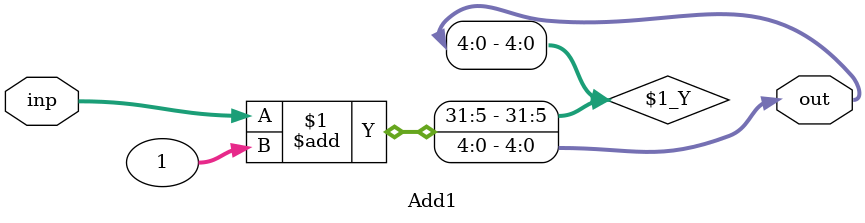
<source format=sv>
module Counter1(input clk, ld, init, EnCnt,input [4:0] PI, output logic co, output logic [4:0] PO);
	logic [5:0] cnt = 5'b0;

	always @(posedge clk) begin
		if(init)
			cnt <=5'b0;
		if(ld)
			cnt <= PI;
		else if(EnCnt) 
			cnt <= cnt +1;
	end
	assign co = &{cnt[4:0]};
	assign PO = cnt[4:0];
endmodule



module Counter2(input clk, ld, init, EnCnt,input [4:0] PI, output logic co, output logic [4:0] PO);
	logic [5:0] cnt = 5'b0;

	always @(posedge clk) begin
		if(init)
			cnt <=5'b0;
		if(ld)
			cnt <= PI;
		else if(EnCnt) 
			cnt <= cnt +1;
	end
	assign co = cnt[5];
	assign PO = cnt[4:0];
endmodule


//8 bit register
module Reg(input clk, ld, input [7:0] InData, output logic[7:0] OutData);
	always @(posedge clk) begin
		if(ld) OutData <= InData;
	end 
endmodule



//8 bit comparator
module Comp (input [7:0] a, b, output lt);
	assign lt = (a<b)? 1 : 0;
endmodule



//memory
// module Memory(input clk, rst, rd, wr, input [4:0] adr, input [7:0] InData, output logic [7:0] OutData);
// 	logic [7:0] mem [31:0];

// 	always @(posedge clk)begin
// 		if(wr) mem[adr] <= InData;
// 	end

// 	always @(posedge clk)begin
// 		if(rd) OutData <= mem[adr];
// 	end
// endmodule



//2 to 1 mux
module Mux #(parameter BIT_SIZE) (input sel, input [BIT_SIZE-1 : 0] in1, in2, output [BIT_SIZE-1 : 0] out);
	assign out = (~sel) ? in1 : in2 ;
endmodule

//add +1
module Add1 (input [4:0] inp, output [4:0] out);
	assign out = inp + 1;
endmodule











</source>
